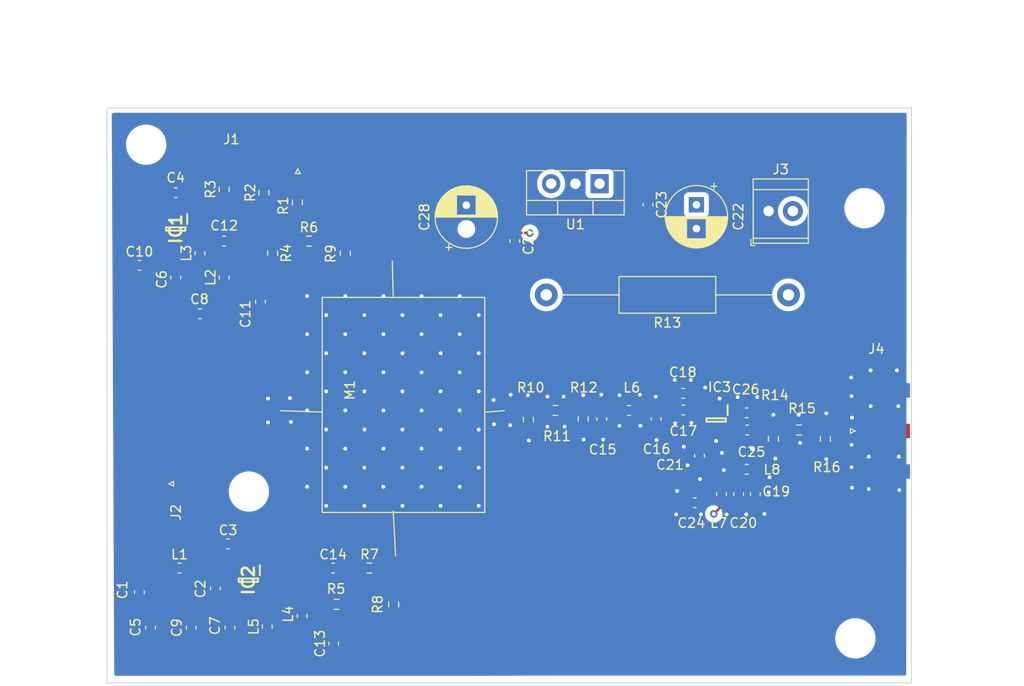
<source format=kicad_pcb>
(kicad_pcb (version 20211014) (generator pcbnew)
  (layers (0 "F.Cu" signal) (1 "In1.Cu" signal) (2 "In2.Cu" signal) (31 "B.Cu" signal) (34 "B.Paste" user) (35 "F.Paste" user) (36 "B.SilkS" user "B.Silkscreen") (37 "F.SilkS" user "F.Silkscreen") (38 "B.Mask" user) (39 "F.Mask" user) (44 "Edge.Cuts" user))
  (net 0 "")
  (net 1 "GNDPWR")
  (net 2 "Net-(C1-Pad1)")
  (net 3 "Net-(C2-Pad1)")
  (net 4 "Net-(C3-Pad2)")
  (net 5 "Net-(C4-Pad2)")
  (net 6 "Net-(C4-Pad1)")
  (net 7 "Net-(C5-Pad1)")
  (net 8 "Net-(C10-Pad2)")
  (net 9 "+5V")
  (net 10 "Net-(C12-Pad2)")
  (net 11 "Net-(C12-Pad1)")
  (net 12 "Net-(C14-Pad2)")
  (net 13 "Net-(C14-Pad1)")
  (net 14 "Net-(C15-Pad2)")
  (net 15 "Net-(C16-Pad1)")
  (net 16 "Net-(C17-Pad2)")
  (net 17 "Net-(C19-Pad1)")
  (net 18 "Net-(C22-Pad1)")
  (net 19 "Net-(C25-Pad2)")
  (net 20 "Net-(C25-Pad1)")
  (net 21 "Net-(J1-Pad1)")
  (net 22 "+12V")
  (net 23 "Net-(J4-Pad1)")
  (net 24 "Net-(M1-Pad1)")
  (net 25 "Net-(M1-Pad3)")
  (net 26 "Net-(M1-Pad4)")
  (footprint "Capacitor_SMD:C_0603_1608Metric_Pad1.08x0.95mm_HandSolder" (layer "F.Cu") (at 79.0956 131.9784 90)
    (fp_text reference "C9" (at 0 -1.524 90) (layer "F.SilkS"))
    (fp_text value "10n")
    (pad "1" smd roundrect locked (at -0.8625 0 90) (size 1.075 0.95) (layers "F.Cu" "F.Paste" "F.Mask") (net 1 "GNDPWR"))
    (pad "2" smd roundrect locked (at 0.8625 0 90) (size 1.075 0.95) (layers "F.Cu" "F.Paste" "F.Mask") (net 7 "Net-(C5-Pad1)"))
  )
  (footprint "Package_TO_SOT_THT:TO-220-3_Vertical" (layer "F.Cu") (at 121.92 85.415 180)
    (fp_text reference "U1" (at 2.54 -4.27) (layer "F.SilkS"))
    (fp_text value "L7805")
    (pad "1" thru_hole rect locked (at 0 0 180) (size 1.905 2) (drill 1.1) (layers *.Cu *.Mask) (net 18 "Net-(C22-Pad1)"))
    (pad "2" thru_hole oval locked (at 2.54 0 180) (size 1.905 2) (drill 1.1) (layers *.Cu *.Mask) (net 1 "GNDPWR"))
    (pad "3" thru_hole oval locked (at 5.08 0 180) (size 1.905 2) (drill 1.1) (layers *.Cu *.Mask) (net 9 "+5V"))
  )
  (footprint "Resistor_SMD:R_0603_1608Metric_Pad0.98x0.95mm_HandSolder" (layer "F.Cu") (at 140.15 112.15 -90)
    (fp_text reference "R14" (at -4.55 -0.15) (layer "F.SilkS"))
    (fp_text value "270R")
    (pad "1" smd roundrect locked (at -0.9125 0 270) (size 0.975 0.95) (layers "F.Cu" "F.Paste" "F.Mask") (net 19 "Net-(C25-Pad2)"))
    (pad "2" smd roundrect locked (at 0.9125 0 270) (size 0.975 0.95) (layers "F.Cu" "F.Paste" "F.Mask") (net 1 "GNDPWR"))
  )
  (footprint "Resistor_SMD:R_0603_1608Metric_Pad0.98x0.95mm_HandSolder" (layer "F.Cu") (at 91.44 91.44)
    (fp_text reference "R6" (at 0 -1.43) (layer "F.SilkS"))
    (fp_text value "18R")
    (pad "1" smd roundrect locked (at -0.9125 0) (size 0.975 0.95) (layers "F.Cu" "F.Paste" "F.Mask") (net 11 "Net-(C12-Pad1)"))
    (pad "2" smd roundrect locked (at 0.9125 0) (size 0.975 0.95) (layers "F.Cu" "F.Paste" "F.Mask") (net 24 "Net-(M1-Pad1)"))
  )
  (footprint "MountingHole:MountingHole_3.2mm_M3_DIN965" (layer "F.Cu") (at 148.7424 133.096)
    (fp_text reference "H4" hide)
    (fp_text value "MountingHole_Pad")
    (pad "" np_thru_hole circle locked (at 0 0) (size 3.2 3.2) (drill 3.2) (layers *.Cu *.Mask))
  )
  (footprint "Resistor_SMD:R_0603_1608Metric_Pad0.98x0.95mm_HandSolder" (layer "F.Cu") (at 114.45 110.15 90)
    (fp_text reference "R10" (at 3.35 0.25) (layer "F.SilkS"))
    (fp_text value "270R")
    (pad "1" smd roundrect locked (at -0.9125 0 90) (size 0.975 0.95) (layers "F.Cu" "F.Paste" "F.Mask") (net 1 "GNDPWR"))
    (pad "2" smd roundrect locked (at 0.9125 0 90) (size 0.975 0.95) (layers "F.Cu" "F.Paste" "F.Mask") (net 26 "Net-(M1-Pad4)"))
  )
  (footprint "Capacitor_SMD:C_0603_1608Metric_Pad1.08x0.95mm_HandSolder" (layer "F.Cu") (at 74.8284 131.9784 -90)
    (fp_text reference "C5" (at -0.0508 1.5748 90) (layer "F.SilkS"))
    (fp_text value "220n")
    (pad "1" smd roundrect locked (at -0.8625 0 270) (size 1.075 0.95) (layers "F.Cu" "F.Paste" "F.Mask") (net 7 "Net-(C5-Pad1)"))
    (pad "2" smd roundrect locked (at 0.8625 0 270) (size 1.075 0.95) (layers "F.Cu" "F.Paste" "F.Mask") (net 1 "GNDPWR"))
  )
  (footprint "Capacitor_SMD:C_0603_1608Metric_Pad1.08x0.95mm_HandSolder" (layer "F.Cu") (at 130.7 109.15)
    (fp_text reference "C17" (at 0 2.2) (layer "F.SilkS"))
    (fp_text value "1n")
    (pad "1" smd roundrect locked (at -0.8625 0) (size 1.075 0.95) (layers "F.Cu" "F.Paste" "F.Mask") (net 15 "Net-(C16-Pad1)"))
    (pad "2" smd roundrect locked (at 0.8625 0) (size 1.075 0.95) (layers "F.Cu" "F.Paste" "F.Mask") (net 16 "Net-(C17-Pad2)"))
  )
  (footprint "Resistor_SMD:R_0603_1608Metric_Pad0.98x0.95mm_HandSolder" (layer "F.Cu") (at 82.55 86.0025 90)
    (fp_text reference "R3" (at 0 -1.43 90) (layer "F.SilkS"))
    (fp_text value "100R")
    (pad "1" smd roundrect locked (at -0.9125 0 90) (size 0.975 0.95) (layers "F.Cu" "F.Paste" "F.Mask") (net 6 "Net-(C4-Pad1)"))
    (pad "2" smd roundrect locked (at 0.9125 0 90) (size 0.975 0.95) (layers "F.Cu" "F.Paste" "F.Mask") (net 1 "GNDPWR"))
  )
  (footprint "Capacitor_SMD:C_0603_1608Metric_Pad1.08x0.95mm_HandSolder" (layer "F.Cu") (at 73.66 93.98)
    (fp_text reference "C10" (at 0 -1.43) (layer "F.SilkS"))
    (fp_text value "3n3")
    (pad "1" smd roundrect locked (at -0.8625 0) (size 1.075 0.95) (layers "F.Cu" "F.Paste" "F.Mask") (net 1 "GNDPWR"))
    (pad "2" smd roundrect locked (at 0.8625 0) (size 1.075 0.95) (layers "F.Cu" "F.Paste" "F.Mask") (net 8 "Net-(C10-Pad2)"))
  )
  (footprint "Inductor_SMD:L_0603_1608Metric_Pad1.05x0.95mm_HandSolder" (layer "F.Cu") (at 80.01 92.71 90)
    (fp_text reference "L3" (at 0 -1.43 90) (layer "F.SilkS"))
    (fp_text value "100nH")
    (pad "1" smd roundrect locked (at -0.875 0 90) (size 1.05 0.95) (layers "F.Cu" "F.Paste" "F.Mask") (net 8 "Net-(C10-Pad2)"))
    (pad "2" smd roundrect locked (at 0.875 0 90) (size 1.05 0.95) (layers "F.Cu" "F.Paste" "F.Mask") (net 10 "Net-(C12-Pad2)"))
  )
  (footprint "Capacitor_SMD:C_0603_1608Metric_Pad1.08x0.95mm_HandSolder" (layer "F.Cu") (at 82.55 91.44 180)
    (fp_text reference "C12" (at 0 1.6256) (layer "F.SilkS"))
    (fp_text value "22p")
    (pad "1" smd roundrect locked (at -0.8625 0 180) (size 1.075 0.95) (layers "F.Cu" "F.Paste" "F.Mask") (net 11 "Net-(C12-Pad1)"))
    (pad "2" smd roundrect locked (at 0.8625 0 180) (size 1.075 0.95) (layers "F.Cu" "F.Paste" "F.Mask") (net 10 "Net-(C12-Pad2)"))
  )
  (footprint "Connector_Coaxial:SMA_Amphenol_132289_EdgeMount" (layer "F.Cu") (at 151.9375 111.35)
    (fp_text reference "J4" (at -0.9875 -8.6) (layer "F.SilkS"))
    (fp_text value "Conn_Coaxial")
    (pad "1" smd rect (at 0 0 90) (size 1.5 5.08) (layers "F.Cu" "F.Paste" "F.Mask") (net 23 "Net-(J4-Pad1)"))
    (pad "2" smd rect (at 0 4.25 90) (size 1.5 5.08) (layers "B.Cu" "B.Paste" "B.Mask") (net 1 "GNDPWR"))
    (pad "2" smd rect (at 0 -4.25 90) (size 1.5 5.08) (layers "B.Cu" "B.Paste" "B.Mask") (net 1 "GNDPWR"))
    (pad "2" smd rect (at 0 -4.25 90) (size 1.5 5.08) (layers "F.Cu" "F.Paste" "F.Mask") (net 1 "GNDPWR"))
    (pad "2" smd rect (at 0 4.25 90) (size 1.5 5.08) (layers "F.Cu" "F.Paste" "F.Mask") (net 1 "GNDPWR"))
  )
  (footprint "Inductor_SMD:L_0603_1608Metric_Pad1.05x0.95mm_HandSolder" (layer "F.Cu") (at 87.0712 131.8768 90)
    (fp_text reference "L5" (at 0 -1.43 90) (layer "F.SilkS"))
    (fp_text value "100nH")
    (pad "1" smd roundrect locked (at -0.875 0 90) (size 1.05 0.95) (layers "F.Cu" "F.Paste" "F.Mask") (net 7 "Net-(C5-Pad1)"))
    (pad "2" smd roundrect locked (at 0.875 0 90) (size 1.05 0.95) (layers "F.Cu" "F.Paste" "F.Mask") (net 13 "Net-(C14-Pad1)"))
  )
  (footprint "Inductor_SMD:L_0603_1608Metric_Pad1.05x0.95mm_HandSolder" (layer "F.Cu") (at 125 109.2 180)
    (fp_text reference "L6" (at -0.3 2.4) (layer "F.SilkS"))
    (fp_text value "10nH")
    (pad "1" smd roundrect locked (at -0.875 0 180) (size 1.05 0.95) (layers "F.Cu" "F.Paste" "F.Mask") (net 15 "Net-(C16-Pad1)"))
    (pad "2" smd roundrect locked (at 0.875 0 180) (size 1.05 0.95) (layers "F.Cu" "F.Paste" "F.Mask") (net 14 "Net-(C15-Pad2)"))
  )
  (footprint "Capacitor_SMD:C_0603_1608Metric_Pad1.08x0.95mm_HandSolder" (layer "F.Cu") (at 93.98 125.73)
    (fp_text reference "C14" (at 0 -1.43) (layer "F.SilkS"))
    (fp_text value "15p")
    (pad "1" smd roundrect locked (at -0.8625 0) (size 1.075 0.95) (layers "F.Cu" "F.Paste" "F.Mask") (net 13 "Net-(C14-Pad1)"))
    (pad "2" smd roundrect locked (at 0.8625 0) (size 1.075 0.95) (layers "F.Cu" "F.Paste" "F.Mask") (net 12 "Net-(C14-Pad2)"))
  )
  (footprint "Capacitor_SMD:C_0603_1608Metric_Pad1.08x0.95mm_HandSolder" (layer "F.Cu") (at 127 87.63 -90)
    (fp_text reference "C23" (at 0 -1.43 90) (layer "F.SilkS"))
    (fp_text value "100n")
    (pad "1" smd roundrect locked (at -0.8625 0 270) (size 1.075 0.95) (layers "F.Cu" "F.Paste" "F.Mask") (net 18 "Net-(C22-Pad1)"))
    (pad "2" smd roundrect locked (at 0.8625 0 270) (size 1.075 0.95) (layers "F.Cu" "F.Paste" "F.Mask") (net 1 "GNDPWR"))
  )
  (footprint "Capacitor_SMD:C_0603_1608Metric_Pad1.08x0.95mm_HandSolder" (layer "F.Cu") (at 131.90625 118.875)
    (fp_text reference "C24" (at -0.35625 2.125) (layer "F.SilkS"))
    (fp_text value "10n")
    (pad "1" smd roundrect locked (at -0.8625 0) (size 1.075 0.95) (layers "F.Cu" "F.Paste" "F.Mask") (net 1 "GNDPWR"))
    (pad "2" smd roundrect locked (at 0.8625 0) (size 1.075 0.95) (layers "F.Cu" "F.Paste" "F.Mask") (net 9 "+5V"))
  )
  (footprint "Resistor_SMD:R_0603_1608Metric_Pad0.98x0.95mm_HandSolder" (layer "F.Cu") (at 142.85 111.25)
    (fp_text reference "R15" (at 0.3 -2.2588) (layer "F.SilkS"))
    (fp_text value "18R")
    (pad "1" smd roundrect locked (at -0.9125 0) (size 0.975 0.95) (layers "F.Cu" "F.Paste" "F.Mask") (net 19 "Net-(C25-Pad2)"))
    (pad "2" smd roundrect locked (at 0.9125 0) (size 0.975 0.95) (layers "F.Cu" "F.Paste" "F.Mask") (net 23 "Net-(J4-Pad1)"))
  )
  (footprint "Capacitor_SMD:C_0603_1608Metric_Pad1.08x0.95mm_HandSolder" (layer "F.Cu") (at 132.4 113.95 90)
    (fp_text reference "C21" (at -0.95 -3.1) (layer "F.SilkS"))
    (fp_text value "10n")
    (pad "1" smd roundrect locked (at -0.8625 0 90) (size 1.075 0.95) (layers "F.Cu" "F.Paste" "F.Mask") (net 1 "GNDPWR"))
    (pad "2" smd roundrect locked (at 0.8625 0 90) (size 1.075 0.95) (layers "F.Cu" "F.Paste" "F.Mask") (net 17 "Net-(C19-Pad1)"))
  )
  (footprint "Resistor_SMD:R_0603_1608Metric_Pad0.98x0.95mm_HandSolder" (layer "F.Cu") (at 94.3375 129.54 180)
    (fp_text reference "R5" (at 0.0527 1.6256) (layer "F.SilkS"))
    (fp_text value "270R")
    (pad "1" smd roundrect locked (at -0.9125 0 180) (size 0.975 0.95) (layers "F.Cu" "F.Paste" "F.Mask") (net 12 "Net-(C14-Pad2)"))
    (pad "2" smd roundrect locked (at 0.9125 0 180) (size 0.975 0.95) (layers "F.Cu" "F.Paste" "F.Mask") (net 1 "GNDPWR"))
  )
  (footprint "Capacitor_SMD:C_0603_1608Metric_Pad1.08x0.95mm_HandSolder" (layer "F.Cu") (at 130.7 107.4)
    (fp_text reference "C18" (at -0.05 -2.2) (layer "F.SilkS"))
    (fp_text value "220n")
    (pad "1" smd roundrect locked (at -0.8625 0) (size 1.075 0.95) (layers "F.Cu" "F.Paste" "F.Mask") (net 15 "Net-(C16-Pad1)"))
    (pad "2" smd roundrect locked (at 0.8625 0) (size 1.075 0.95) (layers "F.Cu" "F.Paste" "F.Mask") (net 16 "Net-(C17-Pad2)"))
  )
  (footprint "Capacitor_SMD:C_0603_1608Metric_Pad1.08x0.95mm_HandSolder" (layer "F.Cu") (at 136.50625 117.975 -90)
    (fp_text reference "C20" (at 3.025 -0.49375) (layer "F.SilkS"))
    (fp_text value "10n")
    (pad "1" smd roundrect locked (at -0.8625 0 270) (size 1.075 0.95) (layers "F.Cu" "F.Paste" "F.Mask") (net 17 "Net-(C19-Pad1)"))
    (pad "2" smd roundrect locked (at 0.8625 0 270) (size 1.075 0.95) (layers "F.Cu" "F.Paste" "F.Mask") (net 1 "GNDPWR"))
  )
  (footprint "Resistor_SMD:R_0603_1608Metric_Pad0.98x0.95mm_HandSolder" (layer "F.Cu") (at 117.3 109.2)
    (fp_text reference "R11" (at 0.15 2.7) (layer "F.SilkS"))
    (fp_text value "18R")
    (pad "1" smd roundrect locked (at -0.9125 0) (size 0.975 0.95) (layers "F.Cu" "F.Paste" "F.Mask") (net 26 "Net-(M1-Pad4)"))
    (pad "2" smd roundrect locked (at 0.9125 0) (size 0.975 0.95) (layers "F.Cu" "F.Paste" "F.Mask") (net 14 "Net-(C15-Pad2)"))
  )
  (footprint "Resistor_SMD:R_0603_1608Metric_Pad0.98x0.95mm_HandSolder" (layer "F.Cu") (at 87.63 92.71 -90)
    (fp_text reference "R4" (at 0 -1.43 90) (layer "F.SilkS"))
    (fp_text value "270R")
    (pad "1" smd roundrect locked (at -0.9125 0 270) (size 0.975 0.95) (layers "F.Cu" "F.Paste" "F.Mask") (net 11 "Net-(C12-Pad1)"))
    (pad "2" smd roundrect locked (at 0.9125 0 270) (size 0.975 0.95) (layers "F.Cu" "F.Paste" "F.Mask") (net 1 "GNDPWR"))
  )
  (footprint "Connector_Coaxial:SMA_Amphenol_132289_EdgeMount" (layer "F.Cu") (at 90.2716 80.6481 90)
    (fp_text reference "J1" (at -0.1239 -6.9596) (layer "F.SilkS"))
    (fp_text value "Conn_Coaxial")
    (pad "1" smd rect (at 0 0 180) (size 1.5 5.08) (layers "F.Cu" "F.Paste" "F.Mask") (net 21 "Net-(J1-Pad1)"))
    (pad "2" smd rect (at 0 -4.25 180) (size 1.5 5.08) (layers "F.Cu" "F.Paste" "F.Mask") (net 1 "GNDPWR"))
    (pad "2" smd rect (at 0 4.25 180) (size 1.5 5.08) (layers "B.Cu" "B.Paste" "B.Mask") (net 1 "GNDPWR"))
    (pad "2" smd rect (at 0 -4.25 180) (size 1.5 5.08) (layers "B.Cu" "B.Paste" "B.Mask") (net 1 "GNDPWR"))
    (pad "2" smd rect (at 0 4.25 180) (size 1.5 5.08) (layers "F.Cu" "F.Paste" "F.Mask") (net 1 "GNDPWR"))
  )
  (footprint "MountingHole:MountingHole_3.2mm_M3_DIN965" (layer "F.Cu") (at 149.7076 87.9856)
    (fp_text reference "H2" hide)
    (fp_text value "MountingHole_Pad")
    (pad "" np_thru_hole circle locked (at 0 0) (size 3.2 3.2) (drill 3.2) (layers *.Cu *.Mask))
  )
  (footprint "Capacitor_SMD:C_0603_1608Metric_Pad1.08x0.95mm_HandSolder" (layer "F.Cu") (at 122.15 110.1 90)
    (fp_text reference "C15" (at -3.2 0.1) (layer "F.SilkS"))
    (fp_text value "2p2")
    (pad "1" smd roundrect locked (at -0.8625 0 90) (size 1.075 0.95) (layers "F.Cu" "F.Paste" "F.Mask") (net 1 "GNDPWR"))
    (pad "2" smd roundrect locked (at 0.8625 0 90) (size 1.075 0.95) (layers "F.Cu" "F.Paste" "F.Mask") (net 14 "Net-(C15-Pad2)"))
  )
  (footprint "Inductor_SMD:L_0603_1608Metric_Pad1.05x0.95mm_HandSolder" (layer "F.Cu") (at 137.35625 115.375 180)
    (fp_text reference "L8" (at -2.64375 -0.025) (layer "F.SilkS"))
    (fp_text value "470nH")
    (pad "1" smd roundrect locked (at -0.875 0 180) (size 1.05 0.95) (layers "F.Cu" "F.Paste" "F.Mask") (net 17 "Net-(C19-Pad1)"))
    (pad "2" smd roundrect locked (at 0.875 0 180) (size 1.05 0.95) (layers "F.Cu" "F.Paste" "F.Mask") (net 20 "Net-(C25-Pad1)"))
  )
  (footprint "Capacitor_SMD:C_0603_1608Metric_Pad1.08x0.95mm_HandSolder" (layer "F.Cu") (at 137.4 111.25)
    (fp_text reference "C25" (at 0.45 2.3) (layer "F.SilkS"))
    (fp_text value "1n")
    (pad "1" smd roundrect locked (at -0.8625 0) (size 1.075 0.95) (layers "F.Cu" "F.Paste" "F.Mask") (net 20 "Net-(C25-Pad1)"))
    (pad "2" smd roundrect locked (at 0.8625 0) (size 1.075 0.95) (layers "F.Cu" "F.Paste" "F.Mask") (net 19 "Net-(C25-Pad2)"))
  )
  (footprint "Capacitor_SMD:C_0603_1608Metric_Pad1.08x0.95mm_HandSolder" (layer "F.Cu") (at 81.6356 127.8636 -90)
    (fp_text reference "C2" (at 0.0508 1.5748 90) (layer "F.SilkS"))
    (fp_text value "1p8")
    (pad "1" smd roundrect locked (at -0.8625 0 270) (size 1.075 0.95) (layers "F.Cu" "F.Paste" "F.Mask") (net 3 "Net-(C2-Pad1)"))
    (pad "2" smd roundrect locked (at 0.8625 0 270) (size 1.075 0.95) (layers "F.Cu" "F.Paste" "F.Mask") (net 1 "GNDPWR"))
  )
  (footprint "Capacitor_SMD:C_0603_1608Metric_Pad1.08x0.95mm_HandSolder" (layer "F.Cu") (at 137.35 109.45)
    (fp_text reference "C26" (at -0.1 -2.45) (layer "F.SilkS"))
    (fp_text value "220n")
    (pad "1" smd roundrect locked (at -0.8625 0) (size 1.075 0.95) (layers "F.Cu" "F.Paste" "F.Mask") (net 20 "Net-(C25-Pad1)"))
    (pad "2" smd roundrect locked (at 0.8625 0) (size 1.075 0.95) (layers "F.Cu" "F.Paste" "F.Mask") (net 19 "Net-(C25-Pad2)"))
  )
  (footprint "Capacitor_SMD:C_0603_1608Metric_Pad1.08x0.95mm_HandSolder" (layer "F.Cu") (at 94.0308 133.6548 90)
    (fp_text reference "C13" (at 0 -1.43 90) (layer "F.SilkS"))
    (fp_text value "1n")
    (pad "1" smd roundrect locked (at -0.8625 0 90) (size 1.075 0.95) (layers "F.Cu" "F.Paste" "F.Mask") (net 1 "GNDPWR"))
    (pad "2" smd roundrect locked (at 0.8625 0 90) (size 1.075 0.95) (layers "F.Cu" "F.Paste" "F.Mask") (net 9 "+5V"))
  )
  (footprint "Capacitor_THT:CP_Radial_D6.3mm_P2.50mm" (layer "F.Cu") (at 107.95 90.17 90)
    (fp_text reference "C28" (at 1.25 -4.4 90) (layer "F.SilkS"))
    (fp_text value "10u")
    (pad "1" thru_hole rect locked (at 0 0 90) (size 1.6 1.6) (drill 0.8) (layers *.Cu *.Mask) (remove_unused_layers) (net 9 "+5V"))
    (pad "2" thru_hole circle locked (at 2.5 0 90) (size 1.6 1.6) (drill 0.8) (layers *.Cu *.Mask) (net 1 "GNDPWR"))
  )
  (footprint "Library:PAM42" (layer "F.Cu") (at 100.33 109.22 90)
    (fp_text reference "M1" (at 2.15 -4.6 90 unlocked) (layer "F.SilkS"))
    (fp_text value "PAM-42")
    (pad "1" smd roundrect locked (at 16 0 90) (size 1.524 1.524) (layers "F.Cu" "F.Paste" "F.Mask") (net 24 "Net-(M1-Pad1)"))
    (pad "2" smd roundrect locked (at 0 -12 90) (size 1.524 1.524) (layers "F.Cu" "F.Paste" "F.Mask") (net 1 "GNDPWR"))
    (pad "3" smd roundrect locked (at -15.875 0.35 90) (size 1.524 1.524) (layers "F.Cu" "F.Paste" "F.Mask") (net 25 "Net-(M1-Pad3)"))
    (pad "4" smd roundrect locked (at 0 12 90) (size 1.524 1.524) (layers "F.Cu" "F.Paste" "F.Mask") (net 26 "Net-(M1-Pad4)"))
  )
  (footprint "Capacitor_SMD:C_0603_1608Metric_Pad1.08x0.95mm_HandSolder" (layer "F.Cu") (at 138.25625 117.975 -90)
    (fp_text reference "C19" (at -0.275 -2.19375) (layer "F.SilkS"))
    (fp_text value "220n")
    (pad "1" smd roundrect locked (at -0.8625 0 270) (size 1.075 0.95) (layers "F.Cu" "F.Paste" "F.Mask") (net 17 "Net-(C19-Pad1)"))
    (pad "2" smd roundrect locked (at 0.8625 0 270) (size 1.075 0.95) (layers "F.Cu" "F.Paste" "F.Mask") (net 1 "GNDPWR"))
  )
  (footprint "MountingHole:MountingHole_3.2mm_M3_DIN965" (layer "F.Cu") (at 85.1408 117.7036)
    (fp_text reference "H3" hide)
    (fp_text value "MountingHole_Pad")
    (pad "" np_thru_hole circle locked (at 0 0) (size 3.2 3.2) (drill 3.2) (layers *.Cu *.Mask))
  )
  (footprint "Inductor_SMD:L_0603_1608Metric_Pad1.05x0.95mm_HandSolder" (layer "F.Cu") (at 134.70625 117.975 90)
    (fp_text reference "L7" (at -3.025 -0.30625) (layer "F.SilkS"))
    (fp_text value "390nH")
    (pad "1" smd roundrect locked (at -0.875 0 90) (size 1.05 0.95) (layers "F.Cu" "F.Paste" "F.Mask") (net 9 "+5V"))
    (pad "2" smd roundrect locked (at 0.875 0 90) (size 1.05 0.95) (layers "F.Cu" "F.Paste" "F.Mask") (net 17 "Net-(C19-Pad1)"))
  )
  (footprint "MountingHole:MountingHole_3.2mm_M3_DIN965" (layer "F.Cu") (at 74.3712 81.3308)
    (fp_text reference "H1" hide)
    (fp_text value "MountingHole_Pad")
    (pad "" np_thru_hole circle locked (at 0 0) (size 3.2 3.2) (drill 3.2) (layers *.Cu *.Mask))
  )
  (footprint "Resistor_SMD:R_0603_1608Metric_Pad0.98x0.95mm_HandSolder" (layer "F.Cu") (at 86.7175 86.36 90)
    (fp_text reference "R2" (at 0 -1.43 90) (layer "F.SilkS"))
    (fp_text value "68R")
    (pad "1" smd roundrect locked (at -0.9125 0 90) (size 0.975 0.95) (layers "F.Cu" "F.Paste" "F.Mask") (net 21 "Net-(J1-Pad1)"))
    (pad "2" smd roundrect locked (at 0.9125 0 90) (size 0.975 0.95) (layers "F.Cu" "F.Paste" "F.Mask") (net 6 "Net-(C4-Pad1)"))
  )
  (footprint "ABA-52563-BLKG:SOT65P210X110-6N" (layer "F.Cu") (at 85.09 127 -90)
    (fp_text reference "IC2" (at 0 0 90) (layer "F.SilkS") (effects (font (size 1.27 1.27) (thickness 0.254))))
    (fp_text value "ABA-52563-BLKG" hide)
    (pad "1" smd rect locked (at -1.05 -0.65) (size 0.4 1.05) (layers "F.Cu" "F.Paste" "F.Mask") (net 1 "GNDPWR"))
    (pad "2" smd rect locked (at -1.05 0) (size 0.4 1.05) (layers "F.Cu" "F.Paste" "F.Mask") (net 1 "GNDPWR"))
    (pad "3" smd rect locked (at -1.05 0.65) (size 0.4 1.05) (layers "F.Cu" "F.Paste" "F.Mask") (net 4 "Net-(C3-Pad2)"))
    (pad "4" smd rect locked (at 1.05 0.65) (size 0.4 1.05) (layers "F.Cu" "F.Paste" "F.Mask") (net 7 "Net-(C5-Pad1)"))
    (pad "5" smd rect locked (at 1.05 0) (size 0.4 1.05) (layers "F.Cu" "F.Paste" "F.Mask") (net 1 "GNDPWR"))
    (pad "6" smd rect locked (at 1.05 -0.65) (size 0.4 1.05) (layers "F.Cu" "F.Paste" "F.Mask") (net 13 "Net-(C14-Pad1)"))
  )
  (footprint "Capacitor_SMD:C_0603_1608Metric_Pad1.08x0.95mm_HandSolder" (layer "F.Cu") (at 127.85 110.1 -90)
    (fp_text reference "C16" (at 3.15 -0.05) (layer "F.SilkS"))
    (fp_text value "2p2")
    (pad "1" smd roundrect locked (at -0.8625 0 270) (size 1.075 0.95) (layers "F.Cu" "F.Paste" "F.Mask") (net 15 "Net-(C16-Pad1)"))
    (pad "2" smd roundrect locked (at 0.8625 0 270) (size 1.075 0.95) (layers "F.Cu" "F.Paste" "F.Mask") (net 1 "GNDPWR"))
  )
  (footprint "Capacitor_SMD:C_0603_1608Metric_Pad1.08x0.95mm_HandSolder" (layer "F.Cu") (at 80.01 99.06 180)
    (fp_text reference "C8" (at 0.0508 1.524) (layer "F.SilkS"))
    (fp_text value "22p")
    (pad "1" smd roundrect locked (at -0.8625 0 180) (size 1.075 0.95) (layers "F.Cu" "F.Paste" "F.Mask") (net 8 "Net-(C10-Pad2)"))
    (pad "2" smd roundrect locked (at 0.8625 0 180) (size 1.075 0.95) (layers "F.Cu" "F.Paste" "F.Mask") (net 1 "GNDPWR"))
  )
  (footprint "Capacitor_SMD:C_0603_1608Metric_Pad1.08x0.95mm_HandSolder" (layer "F.Cu") (at 86.36 97.79 -90)
    (fp_text reference "C11" (at 1.3208 1.5748 90) (layer "F.SilkS"))
    (fp_text value "1n")
    (pad "1" smd roundrect locked (at -0.8625 0 270) (size 1.075 0.95) (layers "F.Cu" "F.Paste" "F.Mask") (net 9 "+5V"))
    (pad "2" smd roundrect locked (at 0.8625 0 270) (size 1.075 0.95) (layers "F.Cu" "F.Paste" "F.Mask") (net 1 "GNDPWR"))
  )
  (footprint "ABA-52563-BLKG:SOT65P210X110-6N" (layer "F.Cu") (at 134.15 110.2 -90)
    (fp_text reference "IC3" (at -3.45 -0.35) (layer "F.SilkS"))
    (fp_text value "ABA-52563-BLKG" hide)
    (pad "1" smd rect locked (at -1.05 -0.65) (size 0.4 1.05) (layers "F.Cu" "F.Paste" "F.Mask") (net 1 "GNDPWR"))
    (pad "2" smd rect locked (at -1.05 0) (size 0.4 1.05) (layers "F.Cu" "F.Paste" "F.Mask") (net 1 "GNDPWR"))
    (pad "3" smd rect locked (at -1.05 0.65) (size 0.4 1.05) (layers "F.Cu" "F.Paste" "F.Mask") (net 16 "Net-(C17-Pad2)"))
    (pad "4" smd rect locked (at 1.05 0.65) (size 0.4 1.05) (layers "F.Cu" "F.Paste" "F.Mask") (net 17 "Net-(C19-Pad1)"))
    (pad "5" smd rect locked (at 1.05 0) (size 0.4 1.05) (layers "F.Cu" "F.Paste" "F.Mask") (net 1 "GNDPWR"))
    (pad "6" smd rect locked (at 1.05 -0.65) (size 0.4 1.05) (layers "F.Cu" "F.Paste" "F.Mask") (net 20 "Net-(C25-Pad1)"))
  )
  (footprint "Resistor_SMD:R_0603_1608Metric_Pad0.98x0.95mm_HandSolder" (layer "F.Cu") (at 100.33 129.54 -90)
    (fp_text reference "R8" (at 0 1.6764 90) (layer "F.SilkS"))
    (fp_text value "270R")
    (pad "1" smd roundrect locked (at -0.9125 0 270) (size 0.975 0.95) (layers "F.Cu" "F.Paste" "F.Mask") (net 25 "Net-(M1-Pad3)"))
    (pad "2" smd roundrect locked (at 0.9125 0 270) (size 0.975 0.95) (layers "F.Cu" "F.Paste" "F.Mask") (net 1 "GNDPWR"))
  )
  (footprint "Inductor_SMD:L_0603_1608Metric_Pad1.05x0.95mm_HandSolder" (layer "F.Cu") (at 77.865 125.73)
    (fp_text reference "L1" (at 0 -1.43) (layer "F.SilkS"))
    (fp_text value "8nH")
    (pad "1" smd roundrect locked (at -0.875 0) (size 1.05 0.95) (layers "F.Cu" "F.Paste" "F.Mask") (net 2 "Net-(C1-Pad1)"))
    (pad "2" smd roundrect locked (at 0.875 0) (size 1.05 0.95) (layers "F.Cu" "F.Paste" "F.Mask") (net 3 "Net-(C2-Pad1)"))
  )
  (footprint "Capacitor_THT:CP_Radial_D6.3mm_P2.50mm" (layer "F.Cu") (at 132.08 87.63 -90)
    (fp_text reference "C22" (at 1.25 -4.4 90) (layer "F.SilkS"))
    (fp_text value "10u")
    (pad "1" thru_hole rect locked (at 0 0 270) (size 1.6 1.6) (drill 0.8) (layers *.Cu *.Mask) (net 18 "Net-(C22-Pad1)"))
    (pad "2" thru_hole circle locked (at 2.5 0 270) (size 1.6 1.6) (drill 0.8) (layers *.Cu *.Mask) (net 1 "GNDPWR"))
  )
  (footprint "Capacitor_SMD:C_0603_1608Metric_Pad1.08x0.95mm_HandSolder" (layer "F.Cu") (at 113.03 91.44 -90)
    (fp_text reference "C27" (at 0 -1.43 90) (layer "F.SilkS"))
    (fp_text value "100n")
    (pad "1" smd roundrect locked (at -0.8625 0 270) (size 1.075 0.95) (layers "F.Cu" "F.Paste" "F.Mask") (net 9 "+5V"))
    (pad "2" smd roundrect locked (at 0.8625 0 270) (size 1.075 0.95) (layers "F.Cu" "F.Paste" "F.Mask") (net 1 "GNDPWR"))
  )
  (footprint "Capacitor_SMD:C_0603_1608Metric_Pad1.08x0.95mm_HandSolder" (layer "F.Cu") (at 83.1596 131.9784 -90)
    (fp_text reference "C7" (at -0.2032 1.5748 90) (layer "F.SilkS"))
    (fp_text value "750p")
    (pad "1" smd roundrect locked (at -0.8625 0 270) (size 1.075 0.95) (layers "F.Cu" "F.Paste" "F.Mask") (net 7 "Net-(C5-Pad1)"))
    (pad "2" smd roundrect locked (at 0.8625 0 270) (size 1.075 0.95) (layers "F.Cu" "F.Paste" "F.Mask") (net 1 "GNDPWR"))
  )
  (footprint "Resistor_THT:R_Axial_DIN0411_L9.9mm_D3.6mm_P25.40mm_Horizontal" (layer "F.Cu") (at 141.732 97.0788 180)
    (fp_text reference "R13" (at 12.7 -2.92) (layer "F.SilkS"))
    (fp_text value "10R")
    (pad "1" thru_hole circle locked (at 0 0 180) (size 2.4 2.4) (drill 1.2) (layers *.Cu *.Mask) (net 22 "+12V"))
    (pad "2" thru_hole oval locked (at 25.4 0 180) (size 2.4 2.4) (drill 1.2) (layers *.Cu *.Mask) (net 18 "Net-(C22-Pad1)"))
  )
  (footprint "Capacitor_SMD:C_0603_1608Metric_Pad1.08x0.95mm_HandSolder" (layer "F.Cu") (at 73.66 128.27 -90)
    (fp_text reference "C1" (at -0.254 1.778 90) (layer "F.SilkS"))
    (fp_text value "1p8")
    (pad "1" smd roundrect locked (at -0.8625 0 270) (size 1.075 0.95) (layers "F.Cu" "F.Paste" "F.Mask") (net 2 "Net-(C1-Pad1)"))
    (pad "2" smd roundrect locked (at 0.8625 0 270) (size 1.075 0.95) (layers "F.Cu" "F.Paste" "F.Mask") (net 1 "GNDPWR"))
  )
  (footprint "ABA-52563-BLKG:SOT65P210X110-6N" (layer "F.Cu") (at 77.47 90.17 -90)
    (fp_text reference "IC1" (at 0 0 90) (layer "F.SilkS") (effects (font (size 1.27 1.27) (thickness 0.254))))
    (fp_text value "ABA-52563-BLKG" hide)
    (pad "1" smd rect locked (at -1.05 -0.65) (size 0.4 1.05) (layers "F.Cu" "F.Paste" "F.Mask") (net 1 "GNDPWR"))
    (pad "2" smd rect locked (at -1.05 0) (size 0.4 1.05) (layers "F.Cu" "F.Paste" "F.Mask") (net 1 "GNDPWR"))
    (pad "3" smd rect locked (at -1.05 0.65) (size 0.4 1.05) (layers "F.Cu" "F.Paste" "F.Mask") (net 5 "Net-(C4-Pad2)"))
    (pad "4" smd rect locked (at 1.05 0.65) (size 0.4 1.05) (layers "F.Cu" "F.Paste" "F.Mask") (net 8 "Net-(C10-Pad2)"))
    (pad "5" smd rect locked (at 1.05 0) (size 0.4 1.05) (layers "F.Cu" "F.Paste" "F.Mask") (net 1 "GNDPWR"))
    (pad "6" smd rect locked (at 1.05 -0.65) (size 0.4 1.05) (layers "F.Cu" "F.Paste" "F.Mask") (net 10 "Net-(C12-Pad2)"))
  )
  (footprint "Resistor_SMD:R_0603_1608Metric_Pad0.98x0.95mm_HandSolder" (layer "F.Cu") (at 145.6 112.2 -90)
    (fp_text reference "R16" (at 2.95 -0.15) (layer "F.SilkS"))
    (fp_text value "270R")
    (pad "1" smd roundrect locked (at -0.9125 0 270) (size 0.975 0.95) (layers "F.Cu" "F.Paste" "F.Mask") (net 23 "Net-(J4-Pad1)"))
    (pad "2" smd roundrect locked (at 0.9125 0 270) (size 0.975 0.95) (layers "F.Cu" "F.Paste" "F.Mask") (net 1 "GNDPWR"))
  )
  (footprint "Capacitor_SMD:C_0603_1608Metric_Pad1.08x0.95mm_HandSolder" (layer "F.Cu") (at 82.9575 123.19)
    (fp_text reference "C3" (at 0 -1.43) (layer "F.SilkS"))
    (fp_text value "15p")
    (pad "1" smd roundrect locked (at -0.8625 0) (size 1.075 0.95) (layers "F.Cu" "F.Paste" "F.Mask") (net 3 "Net-(C2-Pad1)"))
    (pad "2" smd roundrect locked (at 0.8625 0) (size 1.075 0.95) (layers "F.Cu" "F.Paste" "F.Mask") (net 4 "Net-(C3-Pad2)"))
  )
  (footprint "Resistor_SMD:R_0603_1608Metric_Pad0.98x0.95mm_HandSolder" (layer "F.Cu") (at 95.25 92.71 -90)
    (fp_text reference "R9" (at 0.0508 1.524 90) (layer "F.SilkS"))
    (fp_text value "270R")
    (pad "1" smd roundrect locked (at -0.9125 0 270) (size 0.975 0.95) (layers "F.Cu" "F.Paste" "F.Mask") (net 24 "Net-(M1-Pad1)"))
    (pad "2" smd roundrect locked (at 0.9125 0 270) (size 0.975 0.95) (layers "F.Cu" "F.Paste" "F.Mask") (net 1 "GNDPWR"))
  )
  (footprint "Capacitor_SMD:C_0603_1608Metric_Pad1.08x0.95mm_HandSolder" (layer "F.Cu") (at 77.47 95.25 -90)
    (fp_text reference "C6" (at 0.2032 1.4732 90) (layer "F.SilkS"))
    (fp_text value "220N")
    (pad "1" smd roundrect locked (at -0.8625 0 270) (size 1.075 0.95) (layers "F.Cu" "F.Paste" "F.Mask") (net 8 "Net-(C10-Pad2)"))
    (pad "2" smd roundrect locked (at 0.8625 0 270) (size 1.075 0.95) (layers "F.Cu" "F.Paste" "F.Mask") (net 1 "GNDPWR"))
  )
  (footprint "Resistor_SMD:R_0603_1608Metric_Pad0.98x0.95mm_HandSolder" (layer "F.Cu") (at 90.2208 87.3779 -90)
    (fp_text reference "R1" (at 0.3537 1.4732 90) (layer "F.SilkS"))
    (fp_text value "100R")
    (pad "1" smd roundrect locked (at -0.9125 0 270) (size 0.975 0.95) (layers "F.Cu" "F.Paste" "F.Mask") (net 21 "Net-(J1-Pad1)"))
    (pad "2" smd roundrect locked (at 0.9125 0 270) (size 0.975 0.95) (layers "F.Cu" "F.Paste" "F.Mask") (net 1 "GNDPWR"))
  )
  (footprint "Capacitor_SMD:C_0603_1608Metric_Pad1.08x0.95mm_HandSolder" (layer "F.Cu") (at 77.47 86.36 180)
    (fp_text reference "C4" (at 0 1.5748) (layer "F.SilkS"))
    (fp_text value "22p")
    (pad "1" smd roundrect locked (at -0.8625 0 180) (size 1.075 0.95) (layers "F.Cu" "F.Paste" "F.Mask") (net 6 "Net-(C4-Pad1)"))
    (pad "2" smd roundrect locked (at 0.8625 0 180) (size 1.075 0.95) (layers "F.Cu" "F.Paste" "F.Mask") (net 5 "Net-(C4-Pad2)"))
  )
  (footprint "Inductor_SMD:L_0603_1608Metric_Pad1.05x0.95mm_HandSolder" (layer "F.Cu") (at 90.7288 130.7592 -90)
    (fp_text reference "L4" (at -0.2032 1.4732 90) (layer "F.SilkS"))
    (fp_text value "390nH")
    (pad "1" smd roundrect locked (at -0.875 0 270) (size 1.05 0.95) (layers "F.Cu" "F.Paste" "F.Mask") (net 9 "+5V"))
    (pad "2" smd roundrect locked (at 0.875 0 270) (size 1.05 0.95) (layers "F.Cu" "F.Paste" "F.Mask") (net 7 "Net-(C5-Pad1)"))
  )
  (footprint "Connector_Coaxial:SMA_Amphenol_132289_EdgeMount" (layer "F.Cu") (at 73.5361 116.8908 180)
    (fp_text reference "J2" (at -3.96 -3 90) (layer "F.SilkS"))
    (fp_text value "Conn_Coaxial")
    (pad "1" smd rect (at 0 0 270) (size 1.5 5.08) (layers "F.Cu" "F.Paste" "F.Mask") (net 2 "Net-(C1-Pad1)"))
    (pad "2" smd rect (at 0 4.25 270) (size 1.5 5.08) (layers "B.Cu" "B.Paste" "B.Mask") (net 1 "GNDPWR"))
    (pad "2" smd rect (at 0 4.25 270) (size 1.5 5.08) (layers "F.Cu" "F.Paste" "F.Mask") (net 1 "GNDPWR"))
    (pad "2" smd rect (at 0 -4.25 270) (size 1.5 5.08) (layers "B.Cu" "B.Paste" "B.Mask") (net 1 "GNDPWR"))
    (pad "2" smd rect (at 0 -4.25 270) (size 1.5 5.08) (layers "F.Cu" "F.Paste" "F.Mask") (net 1 "GNDPWR"))
  )
  (footprint "Resistor_SMD:R_0603_1608Metric_Pad0.98x0.95mm_HandSolder" (layer "F.Cu") (at 120.2 110.1 -90)
    (fp_text reference "R12" (at -3.3 -0.05) (layer "F.SilkS"))
    (fp_text value "270R")
    (pad "1" smd roundrect locked (at -0.9125 0 270) (size 0.975 0.95) (layers "F.Cu" "F.Paste" "F.Mask") (net 14 "Net-(C15-Pad2)"))
    (pad "2" smd roundrect locked (at 0.9125 0 270) (size 0.975 0.95) (layers "F.Cu" "F.Paste" "F.Mask") (net 1 "GNDPWR"))
  )
  (footprint "Resistor_SMD:R_0603_1608Metric_Pad0.98x0.95mm_HandSolder" (layer "F.Cu") (at 97.79 125.73)
    (fp_text reference "R7" (at 0 -1.43) (layer "F.SilkS"))
    (fp_text value "18R")
    (pad "1" smd roundrect locked (at -0.9125 0) (size 0.975 0.95) (layers "F.Cu" "F.Paste" "F.Mask") (net 12 "Net-(C14-Pad2)"))
    (pad "2" smd roundrect locked (at 0.9125 0) (size 0.975 0.95) (layers "F.Cu" "F.Paste" "F.Mask") (net 25 "Net-(M1-Pad3)"))
  )
  (footprint "TerminalBlock_TE-Connectivity:TerminalBlock_TE_282834-2_1x02_P2.54mm_Horizontal" (layer "F.Cu") (at 139.6492 88.2904)
    (fp_text reference "J3" (at 1.27 -4.37) (layer "F.SilkS"))
    (fp_text value "Screw_Terminal_01x02")
    (pad "1" thru_hole rect locked (at 0 0) (size 2.1 2.1) (drill 1.1) (layers *.Cu *.Mask) (remove_unused_layers) (net 1 "GNDPWR"))
    (pad "2" thru_hole circle locked (at 2.54 0) (size 2.1 2.1) (drill 1.1) (layers *.Cu *.Mask) (net 22 "+12V"))
  )
  (footprint "Inductor_SMD:L_0603_1608Metric_Pad1.05x0.95mm_HandSolder" (layer "F.Cu") (at 82.55 95.25 90)
    (fp_text reference "L2" (at 0 -1.43 90) (layer "F.SilkS"))
    (fp_text value "390nH")
    (pad "1" smd roundrect locked (at -0.875 0 90) (size 1.05 0.95) (layers "F.Cu" "F.Paste" "F.Mask") (net 9 "+5V"))
    (pad "2" smd roundrect locked (at 0.875 0 90) (size 1.05 0.95) (layers "F.Cu" "F.Paste" "F.Mask") (net 8 "Net-(C10-Pad2)"))
  )
  (gr_rect (start 70.2564 77.47) (end 154.6352 137.7696) (layer "Edge.Cuts") (width 0.1) (fill none))
  (segment (start 134.15 111.25) (end 134.15 109.15) (width 0.25) (layer "F.Cu") (net 1))
  (segment (start 134.15 112.4) (end 134.15 111.25) (width 0.25) (layer "F.Cu") (net 1))
  (segment (start 132.35 114.71875) (end 132.35625 114.725) (width 0.25) (layer "F.Cu") (net 1))
  (segment (start 134.8 108.25) (end 134.8 109.15) (width 0.25) (layer "F.Cu") (net 1))
  (segment (start 134.5 107.95) (end 134.15 108.3) (width 0.25) (layer "F.Cu") (net 1))
  (segment (start 134.5 107.95) (end 134.8 108.25) (width 0.25) (layer "F.Cu") (net 1))
  (segment (start 134.15 108.3) (end 134.15 109.15) (width 0.25) (layer "F.Cu") (net 1))
  (via (at 103.25 113.2) (size 0.8) (drill 0.4) (layers "F.Cu" "B.Cu") (net 1))
  (via (at 153.1 105) (size 0.8) (drill 0.4) (layers "F.Cu" "B.Cu") (net 1))
  (via (at 99.25 113.2) (size 0.8) (drill 0.4) (layers "F.Cu" "B.Cu") (net 1))
  (via (at 139.75 116.2) (size 0.8) (drill 0.4) (layers "F.Cu" "B.Cu") (net 1))
  (via (at 134.5 107.95) (size 0.8) (drill 0.4) (layers "F.Cu" "B.Cu") (net 1))
  (via (at 103.25 105.2) (size 0.8) (drill 0.4) (layers "F.Cu" "B.Cu") (net 1))
  (via (at 105.25 103.2) (size 0.8) (drill 0.4) (layers "F.Cu" "B.Cu") (net 1))
  (via (at 153.35 117.55) (size 0.8) (drill 0.4) (layers "F.Cu" "B.Cu") (net 1))
  (via (at 145.7 114.3) (size 0.8) (drill 0.4) (layers "F.Cu" "B.Cu") (net 1))
  (via (at 97.25 115.2) (size 0.8) (drill 0.4) (layers "F.Cu" "B.Cu") (net 1))
  (via (at 107.25 105.2) (size 0.8) (drill 0.4) (layers "F.Cu" "B.Cu") (net 1))
  (via (at 99.25 105.2) (size 0.8) (drill 0.4) (layers "F.Cu" "B.Cu") (net 1))
  (via (at 89.45 107.9) (size 0.8) (drill 0.4) (layers "F.Cu" "B.Cu") (net 1))
  (via (at 138.45 107.8) (size 0.8) (drill 0.4) (layers "F.Cu" "B.Cu") (net 1))
  (via (at 142.8 109.65) (size 0.8) (drill 0.4) (layers "F.Cu" "B.Cu") (net 1))
  (via (at 97.25 119.2) (size 0.8) (drill 0.4) (layers "F.Cu" "B.Cu") (net 1))
  (via (at 133 106.8) (size 0.8) (drill 0.4) (layers "F.Cu" "B.Cu") (net 1))
  (via (at 101.25 111.2) (size 0.8) (drill 0.4) (layers "F.Cu" "B.Cu") (net 1))
  (via (at 97.25 99.2) (size 0.8) (drill 0.4) (layers "F.Cu" "B.Cu") (net 1))
  (via (at 109.25 115.2) (size 0.8) (drill 0.4) (layers "F.Cu" "B.Cu") (net 1))
  (via (at 132.45 116.4) (size 0.8) (drill 0.4) (layers "F.Cu" "B.Cu") (net 1))
  (via (at 95.25 113.2) (size 0.8) (drill 0.4) (layers "F.Cu" "B.Cu") (net 1))
  (via (at 95.25 97.2) (size 0.8) (drill 0.4) (layers "F.Cu" "B.Cu") (net 1))
  (via (at 93.25 111.2) (size 0.8) (drill 0.4) (layers "F.Cu" "B.Cu") (net 1))
  (via (at 107.25 97.2) (size 0.8) (drill 0.4) (layers "F.Cu" "B.Cu") (net 1))
  (via (at 95.25 101.2) (size 0.8) (drill 0.4) (layers "F.Cu" "B.Cu") (net 1))
  (via (at 132.55 120.1) (size 0.8) (drill 0.4) (layers "F.Cu" "B.Cu") (net 1))
  (via (at 137.3 120.1) (size 0.8) (drill 0.4) (layers "F.Cu" "B.Cu") (net 1))
  (via (at 91.25 117.2) (size 0.8) (drill 0.4) (layers "F.Cu" "B.Cu") (net 1))
  (via (at 87.15 107.95) (size 0.8) (drill 0.4) (layers "F.Cu" "B.Cu") (net 1))
  (via (at 93.25 119.2) (size 0.8) (drill 0.4) (layers "F.Cu" "B.Cu") (net 1))
  (via (at 109.25 103.2) (size 0.8) (drill 0.4) (layers "F.Cu" "B.Cu") (net 1))
  (via (at 130.05 117.65) (size 0.8) (drill 0.4) (layers "F.Cu" "B.Cu") (net 1))
  (via (at 97.25 111.2) (size 0.8) (drill 0.4) (layers "F.Cu" "B.Cu") (net 1))
  (via (at 148.35 112.8) (size 0.8) (drill 0.4) (layers "F.Cu" "B.Cu") (net 1))
  (via (at 101.25 119.2) (size 0.8) (drill 0.4) (layers "F.Cu" "B.Cu") (net 1))
  (via (at 107.25 101.2) (size 0.8) (drill 0.4) (layers "F.Cu" "B.Cu") (net 1))
  (via (at 118.25 110.9) (size 0.8) (drill 0.4) (layers "F.Cu" "B.Cu") (net 1))
  (via (at 103.25 101.2) (size 0.8) (drill 0.4) (layers "F.Cu" "B.Cu") (net 1))
  (via (at 129.95 120.1) (size 0.8) (drill 0.4) (layers "F.Cu" "B.Cu") (net 1))
  (via (at 134.15 112.4) (size 0.8) (drill 0.4) (layers "F.Cu" "B.Cu") (net 1))
  (via (at 97.25 103.2) (size 0.8) (drill 0.4) (layers "F.Cu" "B.Cu") (net 1))
  (via (at 131.15 114.95) (size 0.8) (drill 0.4) (layers "F.Cu" "B.Cu") (net 1))
  (via (at 105.25 111.2) (size 0.8) (drill 0.4) (layers "F.Cu" "B.Cu") (net 1))
  (via (at 91.25 105.2) (size 0.8) (drill 0.4) (layers "F.Cu" "B.Cu") (net 1))
  (via (at 91.25 101.2) (size 0.8) (drill 0.4) (layers "F.Cu" "B.Cu") (net 1))
  (via (at 107.25 109.2) (size 0.8) (drill 0.4) (layers "F.Cu" "B.Cu") (net 1))
  (via (at 139.65 117.8) (size 0.8) (drill 0.4) (layers "F.Cu" "B.Cu") (net 1))
  (via (at 122.1 107.55) (size 0.8) (drill 0.4) (layers "F.Cu" "B.Cu") (net 1))
  (via (at 93.25 107.2) (size 0.8) (drill 0.4) (layers "F.Cu" "B.Cu") (net 1))
  (via (at 91.25 113.2) (size 0.8) (drill 0.4) (layers "F.Cu" "B.Cu") (net 1))
  (via (at 101.25 99.2) (size 0.8) (drill 0.4) (layers "F.Cu" "B.Cu") (net 1))
  (via (at 101.25 103.2) (size 0.8) (drill 0.4) (layers "F.Cu" "B.Cu") (net 1))
  (via (at 103.25 117.2) (size 0.8) (drill 0.4) (layers "F.Cu" "B.Cu") (net 1))
  (via (at 127.9 112.3) (size 0.8) (drill 0.4) (layers "F.Cu" "B.Cu") (net 1))
  (via (at 131.55 110.5) (size 0.8) (drill 0.4) (layers "F.Cu" "B.Cu") (net 1))
  (via (at 101.25 115.2) (size 0.8) (drill 0.4) (layers "F.Cu" "B.Cu") (net 1))
  (via (at 110.85 110.65) (size 0.8) (drill 0.4) (layers "F.Cu" "B.Cu") (net 1))
  (via (at 99.25 101.2) (size 0.8) (drill 0.4) (layers "F.Cu" "B.Cu") (net 1))
  (via (at 99.25 117.2) (size 0.8) (drill 0.4) (layers "F.Cu" "B.Cu") (net 1))
  (via (at 107.25 113.2) (size 0.8) (drill 0.4) (layers "F.Cu" "B.Cu") (net 1))
  (via (at 107.25 117.2) (size 0.8) (drill 0.4) (layers "F.Cu" "B.Cu") (net 1))
  (via (at 150.35 105) (size 0.8) (drill 0.4) (layers "F.Cu" "B.Cu") (net 1))
  (via (at 105.25 107.2) (size 0.8) (drill 0.4) (layers "F.Cu" "B.Cu") (net 1))
  (via (at 124 107.6) (size 0.8) (drill 0.4) (layers "F.Cu" "B.Cu") (net 1))
  (via (at 139.2 120.05) (size 0.8) (drill 0.4) (layers "F.Cu" "B.Cu") (net 1))
  (via (at 120.25 112.25) (size 0.8) (drill 0.4) (layers "F.Cu" "B.Cu") (net 1))
  (via (at 148.4 109.95) (size 0.8) (drill 0.4) (layers "F.Cu" "B.Cu") (net 1))
  (via (at 89.55 110.4) (size 0.8) (drill 0.4) (layers "F.Cu" "B.Cu") (net 1))
  (via (at 134.75 113.65) (size 0.8) (drill 0.4) (layers "F.Cu" "B.Cu") (net 1))
  (via (at 109.25 119.2) (size 0.8) (drill 0.4) (layers "F.Cu" "B.Cu") (net 1))
  (via (at 91.25 97.2) (size 0.8) (drill 0.4) (layers "F.Cu" "B.Cu") (net 1))
  (via (at 93.25 103.2) (size 0.8) (drill 0.4) (layers "F.Cu" "B.Cu") (net 1))
  (via (at 136.4 107.8) (size 0.8) (drill 0.4) (layers "F.Cu" "B.Cu") (net 1))
  (via (at 129.8 106) (size 0.8) (drill 0.4) (layers "F.Cu" "B.Cu") (net 1))
  (via (at 120.2 107.6) (size 0.8) (drill 0.4) (layers "F.Cu" "B.Cu") (net 1))
  (via (at 105.25 115.2) (size 0.8) (drill 0.4) (layers "F.Cu" "B.Cu") (net 1))
  (via (at 95.25 109.2) (size 0.8) (drill 0.4) (layers "F.Cu" "B.Cu") (net 1))
  (via (at 126.2 110.8) (size 0.8) (drill 0.4) (layers "F.Cu" "B.Cu") (net 1))
  (via (at 112.6 107.55) (size 0.8) (drill 0.4) (layers "F.Cu" "B.Cu") (net 1))
  (via (at 109.25 111.2) (size 0.8) (drill 0.4) (layers "F.Cu" "B.Cu") (net 1))
  (via (at 140.35 114.25) (size 0.8) (drill 0.4) (layers "F.Cu" "B.Cu") (net 1))
  (via (at 126.15 107.55) (size 0.8) (drill 0.4) (layers "F.Cu" "B.Cu") (net 1))
  (via (at 95.25 105.2) (size 0.8) (drill 0.4) (layers "F.Cu" "B.Cu") (net 1))
  (via (at 110.8 108.1) (size 0.8) (drill 0.4) (layers "F.Cu" "B.Cu") (net 1))
  (via (at 135.25 120.1) (size 0.8) (drill 0.4) (layers "F.Cu" "B.Cu") (net 1))
  (via (at 129.85 110.55) (size 0.8) (drill 0.4) (layers "F.Cu" "B.Cu") (net 1))
  (via (at 97.25 107.2) (size 0.8) (drill 0.4) (layers "F.Cu" "B.Cu") (net 1))
  (via (at 114.4 107.6) (size 0.8) (drill 0.4) (layers "F.Cu" "B.Cu") (net 1))
  (via (at 116.45 110.9) (size 0.8) (drill 0.4) (layers "F.Cu" "B.Cu") (net 1))
  (via (at 145.7 109.5) (size 0.8) (drill 0.4) (layers "F.Cu" "B.Cu") (net 1))
  (via (at 148.35 107.7) (size 0.8) (drill 0.4) (layers "F.Cu" "B.Cu") (net 1))
  (via (at 114.5 112.35) (size 0.8) (drill 0.4) (layers "F.Cu" "B.Cu") (net 1))
  (via (at 101.25 107.2) (size 0.8) (drill 0.4) (layers "F.Cu" "B.Cu") (net 1))
  (via (at 153.3 114.05) (size 0.8) (drill 0.4) (layers "F.Cu" "B.Cu") (net 1))
  (via (at 127.8 107.75) (size 0.8) (drill 0.4) (layers "F.Cu" "B.Cu") (net 1))
  (via (at 99.25 97.2) (size 0.8) (drill 0.4) (layers "F.Cu" "B.Cu") (net 1))
  (via (at 140.15 109.65) (size 0.8) (drill 0.4) (layers "F.Cu" "B.Cu") (net 1))
  (via (at 142.95 112.6) (size 0.8) (drill 0.4) (layers "F.Cu" "B.Cu") (net 1))
  (via (at 105.25 119.2) (size 0.8) (drill 0.4) (layers "F.Cu" "B.Cu") (net 1))
  (via (at 150.15 114.05) (size 0.8) (drill 0.4) (layers "F.Cu" "B.Cu") (net 1))
  (via (at 148.3 105.75) (size 0.8) (drill 0.4) (layers "F.Cu" "B.Cu") (net 1))
  (via (at 153.25 108.75) (size 0.8) (drill 0.4) (layers "F.Cu" "B.Cu") (net 1))
  (via (at 103.25 97.2) (size 0.8) (drill 0.4) (layers "F.Cu" "B.Cu") (net 1))
  (via (at 148.4 117.3) (size 0.8) (drill 0.4) (layers "F.Cu" "B.Cu") (net 1))
  (via (at 93.25 115.2) (size 0.8) (drill 0.4) (layers "F.Cu" "B.Cu") (net 1))
  (via (at 118.15 107.75) (size 0.8) (drill 0.4) (layers "F.Cu" "B.Cu") (net 1))
  (via (at 122.3 112.25) (size 0.8) (drill 0.4) (layers "F.Cu" "B.Cu") (net 1))
  (via (at 95.25 117.2) (size 0.8) (drill 0.4) (layers "F.Cu" "B.Cu") (net 1))
  (via (at 150.35 108.75) (size 0.8) (drill 0.4) (layers "F.Cu" "B.Cu") (net 1))
  (via (at 109.25 107.2) (size 0.8) (drill 0.4) (layers "F.Cu" "B.Cu") (net 1))
  (via (at 150.15 117.45) (size 0.8) (drill 0.4) (layers "F.Cu" "B.Cu") (net 1))
  (via (at 116.45 107.75) (size 0.8) (drill 0.4) (layers "F.Cu" "B.Cu") (net 1))
  (via (at 91.25 109.2) (size 0.8) (drill 0.4) (layers "F.Cu" "B.Cu") (net 1))
  (via (at 99.25 109.2) (size 0.8) (drill 0.4) (layers "F.Cu" "B.Cu") (net 1))
  (via (at 105.25 99.2) (size 0.8) (drill 0.4) (layers "F.Cu" "B.Cu") (net 1))
  (via (at 103.25 109.2) (size 0.8) (drill 0.4) (layers "F.Cu" "B.Cu") (net 1))
  (via (at 112.55 110.75) (size 0.8) (drill 0.4) (layers "F.Cu" "B.Cu") (net 1))
  (via (at 131.5 106) (size 0.8) (drill 0.4) (layers "F.Cu" "B.Cu") (net 1))
  (via (at 137.9 113.25) (size 0.8) (drill 0.4) (layers "F.Cu" "B.Cu") (net 1))
  (via (at 87.15 110.45) (size 0.8) (drill 0.4) (layers "F.Cu" "B.Cu") (net 1))
  (via (at 134.95 115.45) (size 0.8) (drill 0.4) (layers "F.Cu" "B.Cu") (net 1))
  (via (at 124 110.8) (size 0.8) (drill 0.4) (layers "F.Cu" "B.Cu") (net 1))
  (via (at 109.25 99.2) (size 0.8) (drill 0.4) (layers "F.Cu" "B.Cu") (net 1))
  (via (at 148.35 115.15) (size 0.8) (drill 0.4) (layers "F.Cu" "B.Cu") (net 1))
  (via (at 130.75 113) (size 0.8) (drill 0.4) (layers "F.Cu" "B.Cu") (net 1))
  (via (at 93.25 99.2) (size 0.8) (drill 0.4) (layers "F.Cu" "B.Cu") (net 1))
  (segment (start 113.03 90.5775) (end 114.5775 90.5775) (width 0.25) (layer "F.Cu") (net 9))
  (segment (start 132.79375 118.85) (end 132.76875 118.875) (width 0.25) (layer "F.Cu") (net 9))
  (segment (start 133.9 120.05) (end 134.70625 119.24375) (width 0.25) (layer "F.Cu") (net 9))
  (segment (start 134.70625 119.24375) (end 134.70625 118.85) (width 0.25) (layer "F.Cu") (net 9))
  (segment (start 134.70625 118.85) (end 132.79375 118.85) (width 0.25) (layer "F.Cu") (net 9))
  (segment (start 114.5775 90.5775) (end 114.6 90.6) (width 0.25) (layer "F.Cu") (net 9))
  (via (at 133.9 120.05) (size 0.8) (drill 0.4) (layers "F.Cu" "B.Cu") (net 9))
  (via (at 114.6 90.6) (size 0.8) (drill 0.4) (layers "F.Cu" "B.Cu") (net 9))
  (segment (start 120.2 109.1875) (end 118.225 109.1875) (width 0.25) (layer "F.Cu") (net 14))
  (segment (start 124.125 109.2) (end 122.1875 109.2) (width 0.25) (layer "F.Cu") (net 14))
  (segment (start 122.1875 109.2) (end 122.15 109.2375) (width 0.25) (layer "F.Cu") (net 14))
  (segment (start 118.225 109.1875) (end 118.2125 109.2) (width 0.25) (layer "F.Cu") (net 14))
  (segment (start 122.15 109.2375) (end 120.25 109.2375) (width 0.25) (layer "F.Cu") (net 14))
  (segment (start 120.25 109.2375) (end 120.2 109.1875) (width 0.25) (layer "F.Cu") (net 14))
  (segment (start 129.8375 109.15) (end 127.9375 109.15) (width 0.25) (layer "F.Cu") (net 15))
  (segment (start 125.9125 109.2375) (end 125.875 109.2) (width 0.25) (layer "F.Cu") (net 15))
  (segment (start 129.8375 107.4) (end 129.8375 109.15) (width 0.25) (layer "F.Cu") (net 15))
  (segment (start 127.9375 109.15) (end 127.85 109.2375) (width 0.25) (layer "F.Cu") (net 15))
  (segment (start 127.85 109.2375) (end 125.9125 109.2375) (width 0.25) (layer "F.Cu") (net 15))
  (segment (start 131.5625 107.4) (end 131.5625 109.15) (width 0.25) (layer "F.Cu") (net 16))
  (segment (start 133.5 109.15) (end 131.5625 109.15) (width 0.25) (layer "F.Cu") (net 16))
  (segment (start 138.25625 115.4) (end 138.23125 115.375) (width 0.25) (layer "F.Cu") (net 17))
  (segment (start 136.49375 117.1) (end 136.50625 117.1125) (width 0.25) (layer "F.Cu") (net 17))
  (segment (start 136.50625 117.1125) (end 138.25625 117.1125) (width 0.25) (layer "F.Cu") (net 17))
  (segment (start 132.4 113.0875) (end 133.55 114.2375) (width 0.25) (layer "F.Cu") (net 17))
  (segment (start 133.55 114.2375) (end 133.55 115.94375) (width 0.25) (layer "F.Cu") (net 17))
  (segment (start 133.5 111.25) (end 133.5 111.9875) (width 0.25) (layer "F.Cu") (net 17))
  (segment (start 133.5 111.9875) (end 132.4 113.0875) (width 0.25) (layer "F.Cu") (net 17))
  (segment (start 138.25625 117.1125) (end 138.25625 115.4) (width 0.25) (layer "F.Cu") (net 17))
  (segment (start 133.55 115.94375) (end 134.70625 117.1) (width 0.25) (layer "F.Cu") (net 17))
  (segment (start 134.70625 117.1) (end 136.49375 117.1) (width 0.25) (layer "F.Cu") (net 17))
  (segment (start 138.2625 111.25) (end 140.1375 111.25) (width 0.25) (layer "F.Cu") (net 19))
  (segment (start 140.1375 111.25) (end 140.15 111.2375) (width 0.25) (layer "F.Cu") (net 19))
  (segment (start 138.2125 109.45) (end 138.2125 111.2) (width 0.25) (layer "F.Cu") (net 19))
  (segment (start 138.2125 111.2) (end 138.2625 111.25) (width 0.25) (layer "F.Cu") (net 19))
  (segment (start 141.925 111.2375) (end 141.9375 111.25) (width 0.25) (layer "F.Cu") (net 19))
  (segment (start 140.15 111.2375) (end 141.925 111.2375) (width 0.25) (layer "F.Cu") (net 19))
  (segment (start 136.5375 111.25) (end 134.8 111.25) (width 0.25) (layer "F.Cu") (net 20))
  (segment (start 136.4875 109.45) (end 136.4875 111.2) (width 0.25) (layer "F.Cu") (net 20))
  (segment (start 136.475 115.36875) (end 136.48125 115.375) (width 0.25) (layer "F.Cu") (net 20))
  (segment (start 136.4875 111.2) (end 136.5375 111.25) (width 0.25) (layer "F.Cu") (net 20))
  (segment (start 136.475 111.3125) (end 136.475 115.36875) (width 0.25) (layer "F.Cu") (net 20))
  (segment (start 136.5375 111.25) (end 136.475 111.3125) (width 0.25) (layer "F.Cu") (net 20))
  (segment (start 152.1 111.35) (end 145.6625 111.35) (width 0.25) (layer "F.Cu") (net 23))
  (segment (start 145.6625 111.35) (end 145.6 111.2875) (width 0.25) (layer "F.Cu") (net 23))
  (segment (start 145.6 111.2875) (end 143.8 111.2875) (width 0.25) (layer "F.Cu") (net 23))
  (segment (start 143.8 111.2875) (end 143.7625 111.25) (width 0.25) (layer "F.Cu") (net 23))
  (segment (start 112.3475 109.2375) (end 112.33 109.22) (width 0.25) (layer "F.Cu") (net 26))
  (segment (start 114.4875 109.2) (end 114.45 109.2375) (width 0.25) (layer "F.Cu") (net 26))
  (segment (start 116.3875 109.2) (end 114.4875 109.2) (width 0.25) (layer "F.Cu") (net 26))
  (segment (start 114.45 109.2375) (end 112.3475 109.2375) (width 0.25) (layer "F.Cu") (net 26))
  (zone (net 1) (net_name "GNDPWR") (layer "F.Cu") (connect_pads yes (clearance 0.75)) (min_thickness 0.254) (fill yes (thermal_gap 0.508) (thermal_bridge_width 0.508))
    (polygon (pts (xy 153.924 78.1304) (xy 154.0764 136.906) (xy 71.0692 137.1092) (xy 70.9676 78.232) (xy 70.9676 77.9272)))
  )
  (zone (net 1) (net_name "GNDPWR") (layer "B.Cu") (connect_pads yes (clearance 0.508)) (min_thickness 0.254) (fill yes (thermal_gap 0.508) (thermal_bridge_width 0.508))
    (polygon (pts (xy 154.0764 137.0076) (xy 71.0184 137.0076) (xy 70.7644 78.0796) (xy 70.9676 77.978) (xy 154.1272 77.978)))
  )
)
</source>
